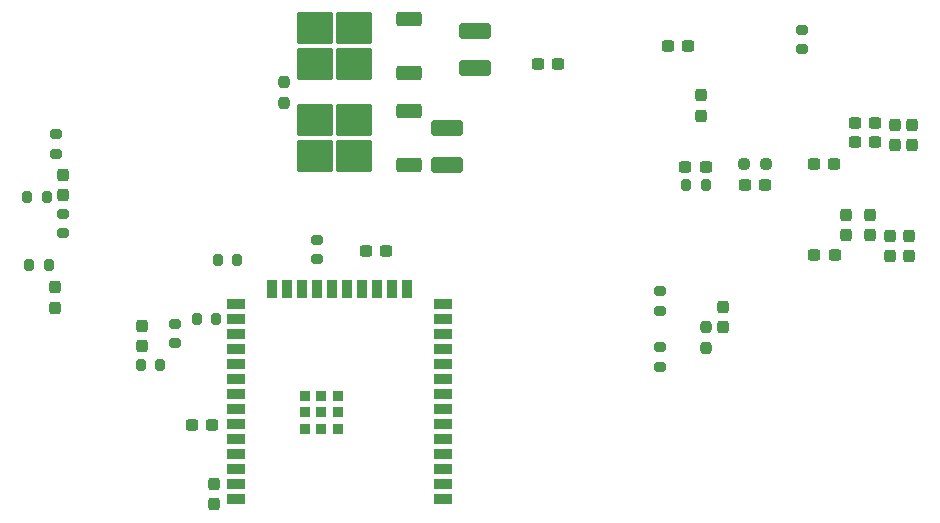
<source format=gbr>
%TF.GenerationSoftware,KiCad,Pcbnew,8.0.2*%
%TF.CreationDate,2025-04-20T12:58:55+12:00*%
%TF.ProjectId,summit_scourer,73756d6d-6974-45f7-9363-6f757265722e,rev?*%
%TF.SameCoordinates,Original*%
%TF.FileFunction,Paste,Bot*%
%TF.FilePolarity,Positive*%
%FSLAX46Y46*%
G04 Gerber Fmt 4.6, Leading zero omitted, Abs format (unit mm)*
G04 Created by KiCad (PCBNEW 8.0.2) date 2025-04-20 12:58:55*
%MOMM*%
%LPD*%
G01*
G04 APERTURE LIST*
G04 Aperture macros list*
%AMRoundRect*
0 Rectangle with rounded corners*
0 $1 Rounding radius*
0 $2 $3 $4 $5 $6 $7 $8 $9 X,Y pos of 4 corners*
0 Add a 4 corners polygon primitive as box body*
4,1,4,$2,$3,$4,$5,$6,$7,$8,$9,$2,$3,0*
0 Add four circle primitives for the rounded corners*
1,1,$1+$1,$2,$3*
1,1,$1+$1,$4,$5*
1,1,$1+$1,$6,$7*
1,1,$1+$1,$8,$9*
0 Add four rect primitives between the rounded corners*
20,1,$1+$1,$2,$3,$4,$5,0*
20,1,$1+$1,$4,$5,$6,$7,0*
20,1,$1+$1,$6,$7,$8,$9,0*
20,1,$1+$1,$8,$9,$2,$3,0*%
G04 Aperture macros list end*
%ADD10RoundRect,0.200000X-0.200000X-0.275000X0.200000X-0.275000X0.200000X0.275000X-0.200000X0.275000X0*%
%ADD11RoundRect,0.237500X0.300000X0.237500X-0.300000X0.237500X-0.300000X-0.237500X0.300000X-0.237500X0*%
%ADD12RoundRect,0.237500X-0.237500X0.300000X-0.237500X-0.300000X0.237500X-0.300000X0.237500X0.300000X0*%
%ADD13RoundRect,0.200000X0.200000X0.275000X-0.200000X0.275000X-0.200000X-0.275000X0.200000X-0.275000X0*%
%ADD14RoundRect,0.250000X0.850000X0.350000X-0.850000X0.350000X-0.850000X-0.350000X0.850000X-0.350000X0*%
%ADD15RoundRect,0.250000X1.275000X1.125000X-1.275000X1.125000X-1.275000X-1.125000X1.275000X-1.125000X0*%
%ADD16RoundRect,0.237500X0.237500X-0.300000X0.237500X0.300000X-0.237500X0.300000X-0.237500X-0.300000X0*%
%ADD17RoundRect,0.237500X-0.300000X-0.237500X0.300000X-0.237500X0.300000X0.237500X-0.300000X0.237500X0*%
%ADD18RoundRect,0.237500X-0.250000X-0.237500X0.250000X-0.237500X0.250000X0.237500X-0.250000X0.237500X0*%
%ADD19RoundRect,0.200000X0.275000X-0.200000X0.275000X0.200000X-0.275000X0.200000X-0.275000X-0.200000X0*%
%ADD20RoundRect,0.200000X-0.275000X0.200000X-0.275000X-0.200000X0.275000X-0.200000X0.275000X0.200000X0*%
%ADD21R,1.500000X0.900000*%
%ADD22R,0.900000X1.500000*%
%ADD23R,0.900000X0.900000*%
%ADD24RoundRect,0.237500X-0.237500X0.250000X-0.237500X-0.250000X0.237500X-0.250000X0.237500X0.250000X0*%
%ADD25RoundRect,0.250000X1.100000X-0.412500X1.100000X0.412500X-1.100000X0.412500X-1.100000X-0.412500X0*%
G04 APERTURE END LIST*
D10*
%TO.C,R42*%
X110425000Y-98000000D03*
X112075000Y-98000000D03*
%TD*%
D11*
%TO.C,C9*%
X167687500Y-89750000D03*
X165962500Y-89750000D03*
%TD*%
D12*
%TO.C,C34*%
X112575000Y-99887499D03*
X112575000Y-101612501D03*
%TD*%
D13*
%TO.C,R45*%
X111900000Y-92250000D03*
X110250000Y-92250000D03*
%TD*%
%TO.C,R44*%
X128025000Y-97600000D03*
X126375000Y-97600000D03*
%TD*%
%TO.C,R6*%
X121525000Y-106500000D03*
X119875000Y-106500000D03*
%TD*%
D14*
%TO.C,U5*%
X142575000Y-77195000D03*
D15*
X137950000Y-81000000D03*
X137950000Y-77950000D03*
X134600000Y-81000000D03*
X134600000Y-77950000D03*
D14*
X142575000Y-81755000D03*
%TD*%
D12*
%TO.C,C33*%
X126075000Y-116537499D03*
X126075000Y-118262501D03*
%TD*%
D11*
%TO.C,C52*%
X155187501Y-81000000D03*
X153462499Y-81000000D03*
%TD*%
D13*
%TO.C,R52*%
X126250000Y-102600000D03*
X124600000Y-102600000D03*
%TD*%
D16*
%TO.C,C42*%
X113325000Y-92112501D03*
X113325000Y-90387499D03*
%TD*%
D11*
%TO.C,C14*%
X172747500Y-91250000D03*
X171022500Y-91250000D03*
%TD*%
D17*
%TO.C,C24*%
X164487499Y-79500000D03*
X166212501Y-79500000D03*
%TD*%
D12*
%TO.C,C11*%
X184875000Y-95537499D03*
X184875000Y-97262501D03*
%TD*%
D18*
%TO.C,R34*%
X170972500Y-89500000D03*
X172797500Y-89500000D03*
%TD*%
D12*
%TO.C,C53*%
X181600000Y-93742499D03*
X181600000Y-95467501D03*
%TD*%
D16*
%TO.C,C6*%
X169200000Y-103262501D03*
X169200000Y-101537499D03*
%TD*%
%TO.C,C22*%
X167300000Y-85362501D03*
X167300000Y-83637499D03*
%TD*%
D19*
%TO.C,R49*%
X122800000Y-104625000D03*
X122800000Y-102975000D03*
%TD*%
D20*
%TO.C,R8*%
X113325000Y-93675000D03*
X113325000Y-95325000D03*
%TD*%
D16*
%TO.C,C25*%
X119950000Y-104862501D03*
X119950000Y-103137499D03*
%TD*%
D17*
%TO.C,C49*%
X176837499Y-89500000D03*
X178562501Y-89500000D03*
%TD*%
D11*
%TO.C,C46*%
X182062501Y-87562497D03*
X180337499Y-87562497D03*
%TD*%
D19*
%TO.C,R54*%
X175825001Y-79750000D03*
X175825001Y-78100000D03*
%TD*%
D11*
%TO.C,C41*%
X182062501Y-86000000D03*
X180337499Y-86000000D03*
%TD*%
D12*
%TO.C,C37*%
X183700000Y-86137499D03*
X183700000Y-87862501D03*
%TD*%
%TO.C,C12*%
X183300000Y-95537499D03*
X183300000Y-97262501D03*
%TD*%
D21*
%TO.C,U4*%
X127920000Y-117810000D03*
X127920000Y-116540000D03*
X127920000Y-115270000D03*
X127920000Y-114000000D03*
X127920000Y-112730000D03*
X127920000Y-111460000D03*
X127920000Y-110190000D03*
X127920000Y-108920000D03*
X127920000Y-107650000D03*
X127920000Y-106380000D03*
X127920000Y-105110000D03*
X127920000Y-103840000D03*
X127920000Y-102570000D03*
X127920000Y-101300000D03*
D22*
X130955000Y-100050000D03*
X132225000Y-100050000D03*
X133495000Y-100050001D03*
X134765000Y-100050000D03*
X136035000Y-100050000D03*
X137305000Y-100050000D03*
X138575000Y-100050000D03*
X139845000Y-100050001D03*
X141115000Y-100050000D03*
X142385000Y-100050000D03*
D21*
X145420000Y-101300000D03*
X145420000Y-102570000D03*
X145420000Y-103840000D03*
X145420000Y-105110000D03*
X145420000Y-106380000D03*
X145420000Y-107650000D03*
X145420000Y-108920000D03*
X145420000Y-110190000D03*
X145420000Y-111460000D03*
X145420000Y-112730000D03*
X145420000Y-114000000D03*
X145420000Y-115270000D03*
X145420000Y-116540000D03*
X145420000Y-117810000D03*
D23*
X133770000Y-109070000D03*
X133770000Y-110470000D03*
X133770000Y-111870000D03*
X135170000Y-109070000D03*
X135170000Y-110470000D03*
X135170000Y-111870000D03*
X136570000Y-109070000D03*
X136570000Y-110470000D03*
X136570000Y-111870000D03*
%TD*%
D24*
%TO.C,R9*%
X167700000Y-103237500D03*
X167700000Y-105062500D03*
%TD*%
D11*
%TO.C,C63*%
X140662501Y-96800000D03*
X138937499Y-96800000D03*
%TD*%
D12*
%TO.C,C55*%
X179600000Y-93742499D03*
X179600000Y-95467501D03*
%TD*%
D25*
%TO.C,C57*%
X145800000Y-89562500D03*
X145800000Y-86437500D03*
%TD*%
D12*
%TO.C,C39*%
X185200000Y-86137499D03*
X185200000Y-87862501D03*
%TD*%
D20*
%TO.C,R47*%
X163800000Y-100250000D03*
X163800000Y-101900000D03*
%TD*%
D25*
%TO.C,C56*%
X148200000Y-81362500D03*
X148200000Y-78237500D03*
%TD*%
D11*
%TO.C,C61*%
X178612501Y-97155000D03*
X176887499Y-97155000D03*
%TD*%
D20*
%TO.C,R51*%
X134800000Y-95875000D03*
X134800000Y-97525000D03*
%TD*%
D14*
%TO.C,U7*%
X142575000Y-85000000D03*
D15*
X137950000Y-88805000D03*
X137950000Y-85755000D03*
X134600000Y-88805000D03*
X134600000Y-85755000D03*
D14*
X142575000Y-89560000D03*
%TD*%
D19*
%TO.C,R46*%
X163800000Y-106625000D03*
X163800000Y-104975000D03*
%TD*%
D13*
%TO.C,R33*%
X167725000Y-91250000D03*
X166075000Y-91250000D03*
%TD*%
D20*
%TO.C,R41*%
X112675000Y-86925000D03*
X112675000Y-88575000D03*
%TD*%
D24*
%TO.C,R50*%
X132000000Y-82500000D03*
X132000000Y-84325000D03*
%TD*%
D11*
%TO.C,C36*%
X125937501Y-111600000D03*
X124212499Y-111600000D03*
%TD*%
M02*

</source>
